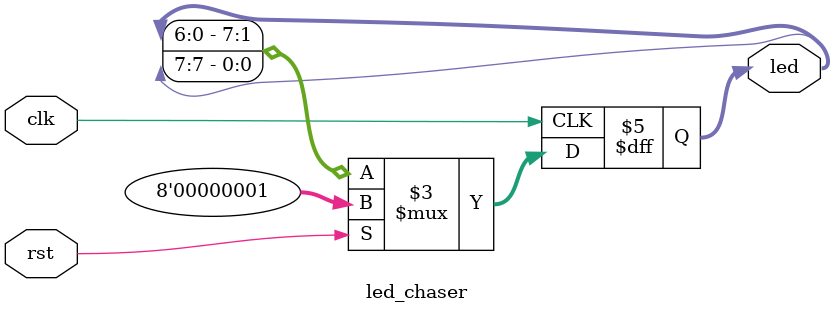
<source format=v>
module led_chaser (
    input wire clk,        // clock signal
    input wire rst,        // reset signal
    output reg [7:0] led   // 8-bit LED output
);

always @(posedge clk) begin
    if (rst) begin
        led <= 8'b00000001;   // on reset, light the first LED
    end else begin
        led <= {led[6:0], led[7]}; // on each rising clock edge, shift LED to the right
    end
end

endmodule


</source>
